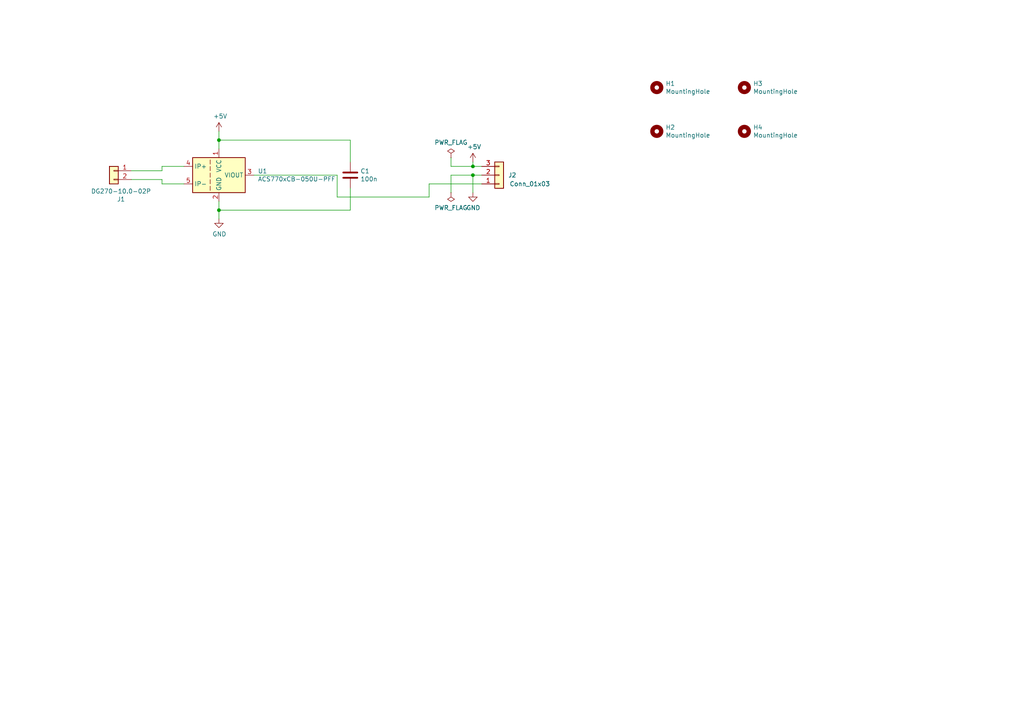
<source format=kicad_sch>
(kicad_sch (version 20230121) (generator eeschema)
  (paper "A4")
  (lib_symbols
    (symbol "Connector_Generic:Conn_01x02" (pin_names (offset 1.016) hide)
      (property "Reference" "J" (at 0 2.54 0))
      (property "Value" "Conn_01x02" (at 0 -5.08 0))
      (symbol "Conn_01x02_1_1"
        (rectangle (start -1.27 -2.413) (end 0 -2.667) (stroke (width 0.1524)))
        (rectangle (start -1.27 0.127) (end 0 -0.127) (stroke (width 0.1524)))
        (rectangle (start -1.27 1.27) (end 1.27 -3.81) (stroke (width 0.254)) (fill (type background)))
        (pin passive line (at -5.08 0 0) (length 3.81) (name "Pin_1") (number "1"))
        (pin passive line (at -5.08 -2.54 0) (length 3.81) (name "Pin_2") (number "2"))
      )
    )
    (symbol "Connector_Generic:Conn_01x03" (pin_names (offset 1.016) hide)
      (property "Reference" "J" (at 0 5.08 0))
      (property "Value" "Conn_01x03" (at 0 -5.08 0))
      (symbol "Conn_01x03_1_1"
        (rectangle (start -1.27 -2.413) (end 0 -2.667) (stroke (width 0.1524)))
        (rectangle (start -1.27 0.127) (end 0 -0.127) (stroke (width 0.1524)))
        (rectangle (start -1.27 2.667) (end 0 2.413) (stroke (width 0.1524)))
        (rectangle (start -1.27 3.81) (end 1.27 -3.81) (stroke (width 0.254)) (fill (type background)))
        (pin passive line (at -5.08 2.54 0) (length 3.81) (name "Pin_1") (number "1"))
        (pin passive line (at -5.08 0 0) (length 3.81) (name "Pin_2") (number "2"))
        (pin passive line (at -5.08 -2.54 0) (length 3.81) (name "Pin_3") (number "3"))
      )
    )
    (symbol "Device:C" (pin_numbers hide) (pin_names (offset 0.254))
      (property "Reference" "C" (at 0.635 2.54 0))
      (property "Value" "C" (at 0.635 -2.54 0))
      (symbol "C_0_1"
        (polyline (pts (xy -2.032 -0.762) (xy 2.032 -0.762)) (stroke (width 0.508)))
        (polyline (pts (xy -2.032 0.762) (xy 2.032 0.762)) (stroke (width 0.508)))
      )
      (symbol "C_1_1"
        (pin passive line (at 0 3.81 270) (length 2.794) (name "~") (number "1"))
        (pin passive line (at 0 -3.81 90) (length 2.794) (name "~") (number "2"))
      )
    )
    (symbol "Mechanical:MountingHole" (pin_names (offset 1.016))
      (property "Reference" "H" (at 0 5.08 0))
      (property "Value" "MountingHole" (at 0 3.175 0))
      (symbol "MountingHole_0_1"
        (circle (center 0 0) (radius 1.27) (stroke (width 1.27)))
      )
    )
    (symbol "Sensor_Current:ACS770xCB-050U-PFF"
      (property "Reference" "U" (at -7.62 6.35 0))
      (property "Value" "ACS770xCB-050U-PFF" (at 2.54 6.35 0))
      (symbol "ACS770xCB-050U-PFF_0_1"
        (rectangle (start -7.62 5.08) (end 7.62 -5.08) (stroke (width 0.254)) (fill (type background)))
        (polyline (pts (xy -2.54 -3.175) (xy -2.54 -4.445)))
        (polyline (pts (xy -2.54 -1.27) (xy -2.54 -2.54)))
        (polyline (pts (xy -2.54 0.635) (xy -2.54 -0.635)))
        (polyline (pts (xy -2.54 1.27) (xy -2.54 2.54)))
        (polyline (pts (xy -2.54 3.175) (xy -2.54 4.445)))
      )
      (symbol "ACS770xCB-050U-PFF_1_1"
        (pin power_in line (at 0 7.62 270) (length 2.54) (name "VCC") (number "1"))
        (pin power_in line (at 0 -7.62 90) (length 2.54) (name "GND") (number "2"))
        (pin output line (at 10.16 0 180) (length 2.54) (name "VIOUT") (number "3"))
        (pin passive line (at -10.16 2.54 0) (length 2.54) (name "IP+") (number "4"))
        (pin passive line (at -10.16 -2.54 0) (length 2.54) (name "IP-") (number "5"))
      )
    )
    (symbol "power:+5V" (power) (pin_names (offset 0))
      (property "Value" "+5V" (at 0 3.556 0))
      (symbol "+5V_0_1"
        (polyline (pts (xy -0.762 1.27) (xy 0 2.54)))
        (polyline (pts (xy 0 0) (xy 0 2.54)))
        (polyline (pts (xy 0 2.54) (xy 0.762 1.27)))
      )
      (symbol "+5V_1_1"
        (pin power_in line (at 0 0 90) (length 0) hide (name "+5V") (number "1"))
      )
    )
    (symbol "power:GND" (power) (pin_names (offset 0))
      (property "Value" "GND" (at 0 -3.81 0))
      (symbol "GND_0_1"
        (polyline (pts (xy 0 0) (xy 0 -1.27) (xy 1.27 -1.27) (xy 0 -2.54) (xy -1.27 -1.27) (xy 0 -1.27)))
      )
      (symbol "GND_1_1"
        (pin power_in line (at 0 0 270) (length 0) hide (name "GND") (number "1"))
      )
    )
    (symbol "power:PWR_FLAG" (power) (pin_numbers hide) (pin_names (offset 0) hide)
      (property "Value" "PWR_FLAG" (at 0 3.81 0))
      (symbol "PWR_FLAG_0_0"
        (pin power_out line (at 0 0 90) (length 0) (name "pwr") (number "1"))
      )
      (symbol "PWR_FLAG_0_1"
        (polyline (pts (xy 0 0) (xy 0 1.27) (xy -1.016 1.905) (xy 0 2.54) (xy 1.016 1.905) (xy 0 1.27)))
      )
    )
  )
  (junction (at 137.16 48.26))
  (junction (at 137.16 50.8))
  (junction (at 63.5 40.64))
  (junction (at 63.5 60.96))
  (wire (pts (xy 46.99 49.53) (xy 46.99 48.26)))
  (wire (pts (xy 130.81 45.72) (xy 130.81 48.26)))
  (wire (pts (xy 63.5 43.18) (xy 63.5 40.64)))
  (wire (pts (xy 130.81 55.88) (xy 130.81 50.8)))
  (wire (pts (xy 124.46 53.34) (xy 139.7 53.34)))
  (wire (pts (xy 101.6 60.96) (xy 63.5 60.96)))
  (wire (pts (xy 124.46 57.15) (xy 124.46 53.34)))
  (wire (pts (xy 63.5 40.64) (xy 63.5 38.1)))
  (wire (pts (xy 137.16 55.88) (xy 137.16 50.8)))
  (wire (pts (xy 46.99 48.26) (xy 53.34 48.26)))
  (wire (pts (xy 97.79 50.8) (xy 97.79 57.15)))
  (wire (pts (xy 63.5 60.96) (xy 63.5 58.42)))
  (wire (pts (xy 101.6 40.64) (xy 63.5 40.64)))
  (wire (pts (xy 101.6 40.64) (xy 101.6 46.99)))
  (wire (pts (xy 73.66 50.8) (xy 97.79 50.8)))
  (wire (pts (xy 137.16 48.26) (xy 139.7 48.26)))
  (wire (pts (xy 130.81 48.26) (xy 137.16 48.26)))
  (wire (pts (xy 46.99 52.07) (xy 46.99 53.34)))
  (wire (pts (xy 137.16 46.99) (xy 137.16 48.26)))
  (wire (pts (xy 38.1 52.07) (xy 46.99 52.07)))
  (wire (pts (xy 46.99 53.34) (xy 53.34 53.34)))
  (wire (pts (xy 38.1 49.53) (xy 46.99 49.53)))
  (wire (pts (xy 101.6 54.61) (xy 101.6 60.96)))
  (wire (pts (xy 63.5 63.5) (xy 63.5 60.96)))
  (wire (pts (xy 137.16 50.8) (xy 139.7 50.8)))
  (wire (pts (xy 130.81 50.8) (xy 137.16 50.8)))
  (wire (pts (xy 97.79 57.15) (xy 124.46 57.15)))
  (symbol (lib_id "Connector_Generic:Conn_01x02") (at 33.02 49.53 0) (mirror y) (unit 1)
    (property "Reference" "J1" (at 35.1028 57.785 0))
    (property "Value" "DG270-10.0-02P" (at 35.1028 55.4736 0))
    (property "Footprint" "ondra:DG270-10.0-02P-14-00A" (effects hide))
  )
  (symbol (lib_id "power:GND") (at 63.5 63.5 0) (unit 1)
    (property "Reference" "#PWR02" (effects hide))
    (property "Value" "GND" (at 63.627 67.8942 0))
  )
  (symbol (lib_id "power:+5V") (at 63.5 38.1 0) (unit 1)
    (property "Reference" "#PWR01" (effects hide))
    (property "Value" "+5V" (at 63.881 33.7058 0))
  )
  (symbol (lib_id "Device:C") (at 101.6 50.8 0) (unit 1)
    (property "Reference" "C1" (at 104.521 49.6316 0) (effects (justify left)))
    (property "Value" "100n" (at 104.521 51.943 0) (effects (justify left)))
    (property "Footprint" "Capacitor_SMD:C_1206_3216Metric_Pad1.33x1.80mm_HandSolder" (effects hide))
  )
  (symbol (lib_id "Sensor_Current:ACS770xCB-050U-PFF") (at 63.5 50.8 0) (unit 1)
    (property "Reference" "U1" (at 74.7776 49.6316 0) (effects (justify left)))
    (property "Value" "ACS770xCB-050U-PFF" (at 74.7776 51.943 0) (effects (justify left)))
    (property "Footprint" "Sensor_Current:Allegro_CB_PFF" (effects hide))
    (property "Datasheet" "http://www.allegromicro.com/~/media/Files/Datasheets/ACS758-Datasheet.ashx?la=en" (effects hide))
  )
  (symbol (lib_id "Connector_Generic:Conn_01x03") (at 144.78 50.8 0) (mirror x) (unit 1)
    (property "Reference" "J2" (at 148.59 50.8 0))
    (property "Value" "Conn_01x03" (at 153.67 53.34 0))
    (property "Footprint" "Connector_Molex:Molex_KK-254_AE-6410-03A_1x03_P2.54mm_Vertical" (effects hide))
  )
  (symbol (lib_id "power:GND") (at 137.16 55.88 0) (unit 1)
    (property "Reference" "#PWR04" (effects hide))
    (property "Value" "GND" (at 137.287 60.2742 0))
  )
  (symbol (lib_id "power:+5V") (at 137.16 46.99 0) (unit 1)
    (property "Reference" "#PWR03" (effects hide))
    (property "Value" "+5V" (at 137.541 42.5958 0))
  )
  (symbol (lib_id "power:PWR_FLAG") (at 130.81 45.72 0) (unit 1)
    (property "Reference" "#FLG01" (effects hide))
    (property "Value" "PWR_FLAG" (at 130.81 41.3258 0))
  )
  (symbol (lib_id "power:PWR_FLAG") (at 130.81 55.88 180) (unit 1)
    (property "Reference" "#FLG02" (effects hide))
    (property "Value" "PWR_FLAG" (at 130.81 60.2742 0))
  )
  (symbol (lib_id "Mechanical:MountingHole") (at 190.5 25.4 0) (unit 1)
    (property "Reference" "H1" (at 193.04 24.2316 0) (effects (justify left)))
    (property "Value" "MountingHole" (at 193.04 26.543 0) (effects (justify left)))
    (property "Footprint" "MountingHole:MountingHole_3.2mm_M3" (effects hide))
  )
  (symbol (lib_id "Mechanical:MountingHole") (at 215.9 25.4 0) (unit 1)
    (property "Reference" "H3" (at 218.44 24.2316 0) (effects (justify left)))
    (property "Value" "MountingHole" (at 218.44 26.543 0) (effects (justify left)))
    (property "Footprint" "MountingHole:MountingHole_3.2mm_M3" (effects hide))
  )
  (symbol (lib_id "Mechanical:MountingHole") (at 190.5 38.1 0) (unit 1)
    (property "Reference" "H2" (at 193.04 36.9316 0) (effects (justify left)))
    (property "Value" "MountingHole" (at 193.04 39.243 0) (effects (justify left)))
    (property "Footprint" "MountingHole:MountingHole_3.2mm_M3" (effects hide))
  )
  (symbol (lib_id "Mechanical:MountingHole") (at 215.9 38.1 0) (unit 1)
    (property "Reference" "H4" (at 218.44 36.9316 0) (effects (justify left)))
    (property "Value" "MountingHole" (at 218.44 39.243 0) (effects (justify left)))
    (property "Footprint" "MountingHole:MountingHole_3.2mm_M3" (effects hide))
  )
)
</source>
